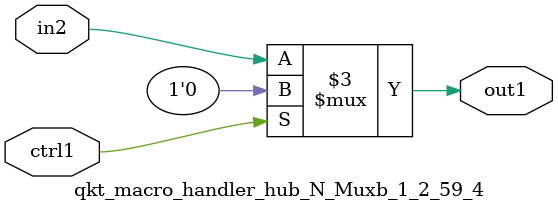
<source format=v>

`timescale 1ps / 1ps


module qkt_macro_handler_hub_N_Muxb_1_2_59_4( in2, ctrl1, out1 );

    input in2;
    input ctrl1;
    output out1;
    reg out1;

    
    // rtl_process:qkt_macro_handler_hub_N_Muxb_1_2_59_4/qkt_macro_handler_hub_N_Muxb_1_2_59_4_thread_1
    always @*
      begin : qkt_macro_handler_hub_N_Muxb_1_2_59_4_thread_1
        case (ctrl1) 
          1'b1: 
            begin
              out1 = 1'b0;
            end
          default: 
            begin
              out1 = in2;
            end
        endcase
      end

endmodule





</source>
